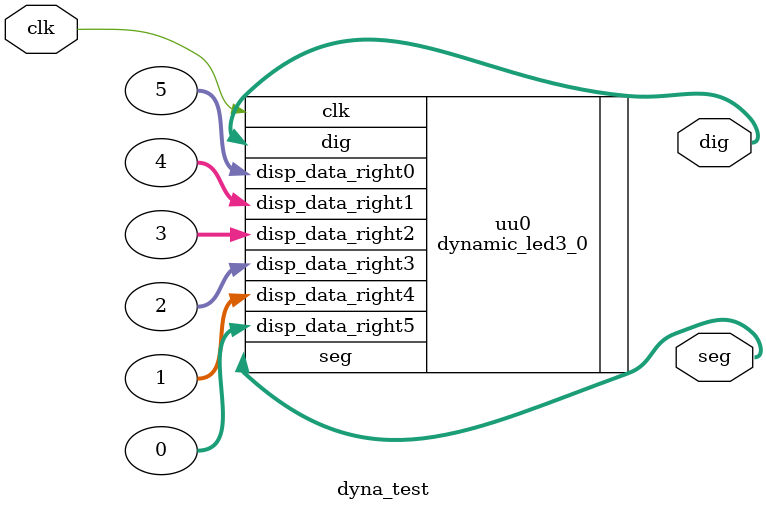
<source format=v>
`timescale 1ns / 1ps

module dyna_test(
input clk,
output [7:0] seg,
output [2:0] dig
    );
    dynamic_led3_0 uu0(
    .clk(clk),
    .disp_data_right0(5),
    .disp_data_right1(4),
    .disp_data_right2(3),
    .disp_data_right3(2),
    .disp_data_right4(1),
    .disp_data_right5(0),
    .seg(seg),
    .dig(dig)
    );    
endmodule

</source>
